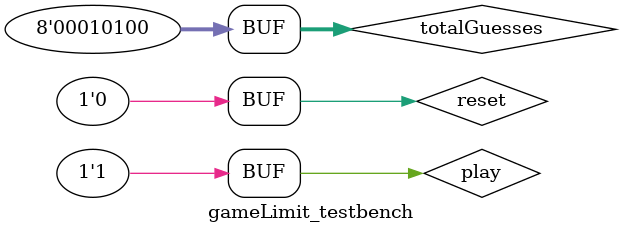
<source format=sv>
module gameLimit(reset, totalGuesses, play, gameOver);
	input logic reset, play;
	input logic [7:0] totalGuesses;
	output logic gameOver;
	
	always_comb begin
		if (play)
			if (totalGuesses > 8'b00001001)
				gameOver = 1'b1;
			else
				gameOver = 1'b0;
		else
			gameOver = 1'b0;
	end
endmodule

module gameLimit_testbench();
	logic reset, play;
	logic [7:0] totalGuesses;
	logic gameOver;
	
	gameLimit dut(.reset, .totalGuesses, .play, .gameOver);
	
	initial begin
		reset = 1; 						#10;			
		play = 1;						#10;
		reset = 0;						#10;
		totalGuesses = 0;				#10;
		totalGuesses = 1;				#10;
		totalGuesses = 2;				#10;
		totalGuesses = 3;				#10;
		totalGuesses = 4;				#10;
		totalGuesses = 5;				#10;
		totalGuesses = 6;				#10;
		totalGuesses = 7;				#10;
		totalGuesses = 8;				#10;
		totalGuesses = 9;				#10;
		totalGuesses = 10;			#10;
		totalGuesses = 11;			#10;
		totalGuesses = 12;			#10;
		totalGuesses = 13;			#10;
		totalGuesses = 14; 			#10;
		totalGuesses = 15;			#10;
		totalGuesses = 16;			#10;
		totalGuesses = 17;			#10;
		totalGuesses = 18;			#10;
		totalGuesses = 19;			#10;
		totalGuesses = 20;			#10;
	end
endmodule

</source>
